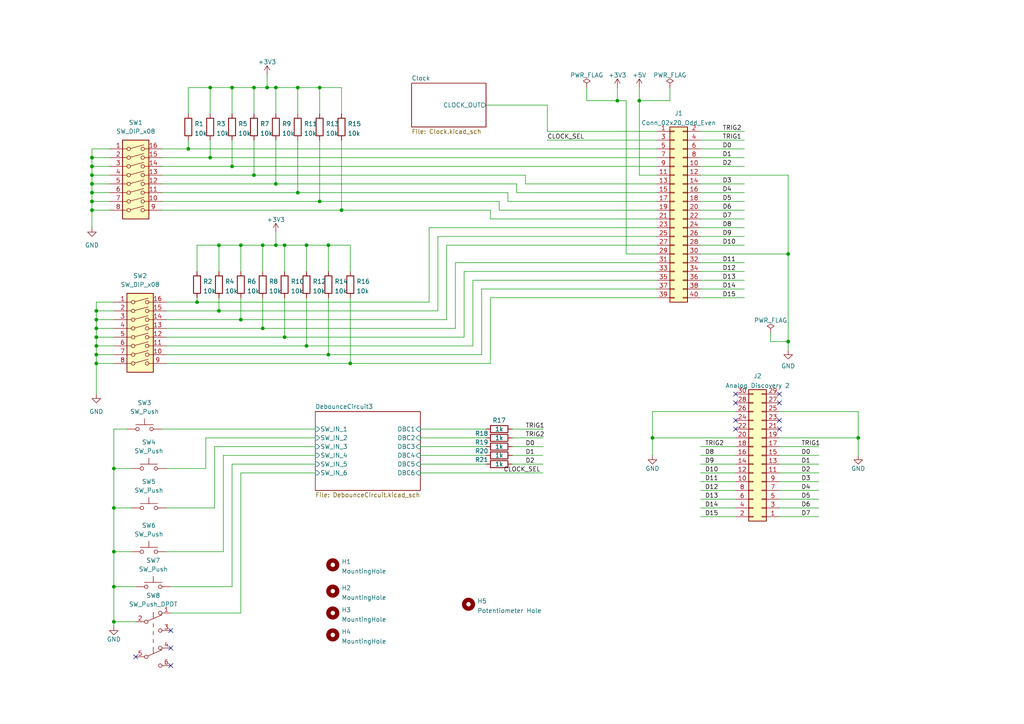
<source format=kicad_sch>
(kicad_sch (version 20211123) (generator eeschema)
  (paper "A4")
  (title_block (title "FGPA Input Board") (company "Ailton Luiz Dias Siqueira Junior"))
  (lib_symbols
    (symbol "Connector_Generic:Conn_02x15_Odd_Even" (pin_names (offset 1.016) hide)
      (property "Reference" "J" (at 1.27 20.32 0))
      (property "Value" "Conn_02x15_Odd_Even" (at 1.27 -20.32 0))
      (symbol "Conn_02x15_Odd_Even_1_1"
        (rectangle (start -1.27 -17.653) (end 0 -17.907) (stroke (width 0.1524)))
        (rectangle (start -1.27 -15.113) (end 0 -15.367) (stroke (width 0.1524)))
        (rectangle (start -1.27 -12.573) (end 0 -12.827) (stroke (width 0.1524)))
        (rectangle (start -1.27 -10.033) (end 0 -10.287) (stroke (width 0.1524)))
        (rectangle (start -1.27 -7.493) (end 0 -7.747) (stroke (width 0.1524)))
        (rectangle (start -1.27 -4.953) (end 0 -5.207) (stroke (width 0.1524)))
        (rectangle (start -1.27 -2.413) (end 0 -2.667) (stroke (width 0.1524)))
        (rectangle (start -1.27 0.127) (end 0 -0.127) (stroke (width 0.1524)))
        (rectangle (start -1.27 2.667) (end 0 2.413) (stroke (width 0.1524)))
        (rectangle (start -1.27 5.207) (end 0 4.953) (stroke (width 0.1524)))
        (rectangle (start -1.27 7.747) (end 0 7.493) (stroke (width 0.1524)))
        (rectangle (start -1.27 10.287) (end 0 10.033) (stroke (width 0.1524)))
        (rectangle (start -1.27 12.827) (end 0 12.573) (stroke (width 0.1524)))
        (rectangle (start -1.27 15.367) (end 0 15.113) (stroke (width 0.1524)))
        (rectangle (start -1.27 17.907) (end 0 17.653) (stroke (width 0.1524)))
        (rectangle (start -1.27 19.05) (end 3.81 -19.05) (stroke (width 0.254)) (fill (type background)))
        (rectangle (start 3.81 -17.653) (end 2.54 -17.907) (stroke (width 0.1524)))
        (rectangle (start 3.81 -15.113) (end 2.54 -15.367) (stroke (width 0.1524)))
        (rectangle (start 3.81 -12.573) (end 2.54 -12.827) (stroke (width 0.1524)))
        (rectangle (start 3.81 -10.033) (end 2.54 -10.287) (stroke (width 0.1524)))
        (rectangle (start 3.81 -7.493) (end 2.54 -7.747) (stroke (width 0.1524)))
        (rectangle (start 3.81 -4.953) (end 2.54 -5.207) (stroke (width 0.1524)))
        (rectangle (start 3.81 -2.413) (end 2.54 -2.667) (stroke (width 0.1524)))
        (rectangle (start 3.81 0.127) (end 2.54 -0.127) (stroke (width 0.1524)))
        (rectangle (start 3.81 2.667) (end 2.54 2.413) (stroke (width 0.1524)))
        (rectangle (start 3.81 5.207) (end 2.54 4.953) (stroke (width 0.1524)))
        (rectangle (start 3.81 7.747) (end 2.54 7.493) (stroke (width 0.1524)))
        (rectangle (start 3.81 10.287) (end 2.54 10.033) (stroke (width 0.1524)))
        (rectangle (start 3.81 12.827) (end 2.54 12.573) (stroke (width 0.1524)))
        (rectangle (start 3.81 15.367) (end 2.54 15.113) (stroke (width 0.1524)))
        (rectangle (start 3.81 17.907) (end 2.54 17.653) (stroke (width 0.1524)))
        (pin passive line (at -5.08 17.78 0) (length 3.81) (name "Pin_1") (number "1"))
        (pin passive line (at 7.62 7.62 180) (length 3.81) (name "Pin_10") (number "10"))
        (pin passive line (at -5.08 5.08 0) (length 3.81) (name "Pin_11") (number "11"))
        (pin passive line (at 7.62 5.08 180) (length 3.81) (name "Pin_12") (number "12"))
        (pin passive line (at -5.08 2.54 0) (length 3.81) (name "Pin_13") (number "13"))
        (pin passive line (at 7.62 2.54 180) (length 3.81) (name "Pin_14") (number "14"))
        (pin passive line (at -5.08 0 0) (length 3.81) (name "Pin_15") (number "15"))
        (pin passive line (at 7.62 0 180) (length 3.81) (name "Pin_16") (number "16"))
        (pin passive line (at -5.08 -2.54 0) (length 3.81) (name "Pin_17") (number "17"))
        (pin passive line (at 7.62 -2.54 180) (length 3.81) (name "Pin_18") (number "18"))
        (pin passive line (at -5.08 -5.08 0) (length 3.81) (name "Pin_19") (number "19"))
        (pin passive line (at 7.62 17.78 180) (length 3.81) (name "Pin_2") (number "2"))
        (pin passive line (at 7.62 -5.08 180) (length 3.81) (name "Pin_20") (number "20"))
        (pin passive line (at -5.08 -7.62 0) (length 3.81) (name "Pin_21") (number "21"))
        (pin passive line (at 7.62 -7.62 180) (length 3.81) (name "Pin_22") (number "22"))
        (pin passive line (at -5.08 -10.16 0) (length 3.81) (name "Pin_23") (number "23"))
        (pin passive line (at 7.62 -10.16 180) (length 3.81) (name "Pin_24") (number "24"))
        (pin passive line (at -5.08 -12.7 0) (length 3.81) (name "Pin_25") (number "25"))
        (pin passive line (at 7.62 -12.7 180) (length 3.81) (name "Pin_26") (number "26"))
        (pin passive line (at -5.08 -15.24 0) (length 3.81) (name "Pin_27") (number "27"))
        (pin passive line (at 7.62 -15.24 180) (length 3.81) (name "Pin_28") (number "28"))
        (pin passive line (at -5.08 -17.78 0) (length 3.81) (name "Pin_29") (number "29"))
        (pin passive line (at -5.08 15.24 0) (length 3.81) (name "Pin_3") (number "3"))
        (pin passive line (at 7.62 -17.78 180) (length 3.81) (name "Pin_30") (number "30"))
        (pin passive line (at 7.62 15.24 180) (length 3.81) (name "Pin_4") (number "4"))
        (pin passive line (at -5.08 12.7 0) (length 3.81) (name "Pin_5") (number "5"))
        (pin passive line (at 7.62 12.7 180) (length 3.81) (name "Pin_6") (number "6"))
        (pin passive line (at -5.08 10.16 0) (length 3.81) (name "Pin_7") (number "7"))
        (pin passive line (at 7.62 10.16 180) (length 3.81) (name "Pin_8") (number "8"))
        (pin passive line (at -5.08 7.62 0) (length 3.81) (name "Pin_9") (number "9"))
      )
    )
    (symbol "Connector_Generic:Conn_02x20_Odd_Even" (pin_names (offset 1.016) hide)
      (property "Reference" "J" (at 1.27 25.4 0))
      (property "Value" "Conn_02x20_Odd_Even" (at 1.27 -27.94 0))
      (symbol "Conn_02x20_Odd_Even_1_1"
        (rectangle (start -1.27 -25.273) (end 0 -25.527) (stroke (width 0.1524)))
        (rectangle (start -1.27 -22.733) (end 0 -22.987) (stroke (width 0.1524)))
        (rectangle (start -1.27 -20.193) (end 0 -20.447) (stroke (width 0.1524)))
        (rectangle (start -1.27 -17.653) (end 0 -17.907) (stroke (width 0.1524)))
        (rectangle (start -1.27 -15.113) (end 0 -15.367) (stroke (width 0.1524)))
        (rectangle (start -1.27 -12.573) (end 0 -12.827) (stroke (width 0.1524)))
        (rectangle (start -1.27 -10.033) (end 0 -10.287) (stroke (width 0.1524)))
        (rectangle (start -1.27 -7.493) (end 0 -7.747) (stroke (width 0.1524)))
        (rectangle (start -1.27 -4.953) (end 0 -5.207) (stroke (width 0.1524)))
        (rectangle (start -1.27 -2.413) (end 0 -2.667) (stroke (width 0.1524)))
        (rectangle (start -1.27 0.127) (end 0 -0.127) (stroke (width 0.1524)))
        (rectangle (start -1.27 2.667) (end 0 2.413) (stroke (width 0.1524)))
        (rectangle (start -1.27 5.207) (end 0 4.953) (stroke (width 0.1524)))
        (rectangle (start -1.27 7.747) (end 0 7.493) (stroke (width 0.1524)))
        (rectangle (start -1.27 10.287) (end 0 10.033) (stroke (width 0.1524)))
        (rectangle (start -1.27 12.827) (end 0 12.573) (stroke (width 0.1524)))
        (rectangle (start -1.27 15.367) (end 0 15.113) (stroke (width 0.1524)))
        (rectangle (start -1.27 17.907) (end 0 17.653) (stroke (width 0.1524)))
        (rectangle (start -1.27 20.447) (end 0 20.193) (stroke (width 0.1524)))
        (rectangle (start -1.27 22.987) (end 0 22.733) (stroke (width 0.1524)))
        (rectangle (start -1.27 24.13) (end 3.81 -26.67) (stroke (width 0.254)) (fill (type background)))
        (rectangle (start 3.81 -25.273) (end 2.54 -25.527) (stroke (width 0.1524)))
        (rectangle (start 3.81 -22.733) (end 2.54 -22.987) (stroke (width 0.1524)))
        (rectangle (start 3.81 -20.193) (end 2.54 -20.447) (stroke (width 0.1524)))
        (rectangle (start 3.81 -17.653) (end 2.54 -17.907) (stroke (width 0.1524)))
        (rectangle (start 3.81 -15.113) (end 2.54 -15.367) (stroke (width 0.1524)))
        (rectangle (start 3.81 -12.573) (end 2.54 -12.827) (stroke (width 0.1524)))
        (rectangle (start 3.81 -10.033) (end 2.54 -10.287) (stroke (width 0.1524)))
        (rectangle (start 3.81 -7.493) (end 2.54 -7.747) (stroke (width 0.1524)))
        (rectangle (start 3.81 -4.953) (end 2.54 -5.207) (stroke (width 0.1524)))
        (rectangle (start 3.81 -2.413) (end 2.54 -2.667) (stroke (width 0.1524)))
        (rectangle (start 3.81 0.127) (end 2.54 -0.127) (stroke (width 0.1524)))
        (rectangle (start 3.81 2.667) (end 2.54 2.413) (stroke (width 0.1524)))
        (rectangle (start 3.81 5.207) (end 2.54 4.953) (stroke (width 0.1524)))
        (rectangle (start 3.81 7.747) (end 2.54 7.493) (stroke (width 0.1524)))
        (rectangle (start 3.81 10.287) (end 2.54 10.033) (stroke (width 0.1524)))
        (rectangle (start 3.81 12.827) (end 2.54 12.573) (stroke (width 0.1524)))
        (rectangle (start 3.81 15.367) (end 2.54 15.113) (stroke (width 0.1524)))
        (rectangle (start 3.81 17.907) (end 2.54 17.653) (stroke (width 0.1524)))
        (rectangle (start 3.81 20.447) (end 2.54 20.193) (stroke (width 0.1524)))
        (rectangle (start 3.81 22.987) (end 2.54 22.733) (stroke (width 0.1524)))
        (pin passive line (at -5.08 22.86 0) (length 3.81) (name "Pin_1") (number "1"))
        (pin passive line (at 7.62 12.7 180) (length 3.81) (name "Pin_10") (number "10"))
        (pin passive line (at -5.08 10.16 0) (length 3.81) (name "Pin_11") (number "11"))
        (pin passive line (at 7.62 10.16 180) (length 3.81) (name "Pin_12") (number "12"))
        (pin passive line (at -5.08 7.62 0) (length 3.81) (name "Pin_13") (number "13"))
        (pin passive line (at 7.62 7.62 180) (length 3.81) (name "Pin_14") (number "14"))
        (pin passive line (at -5.08 5.08 0) (length 3.81) (name "Pin_15") (number "15"))
        (pin passive line (at 7.62 5.08 180) (length 3.81) (name "Pin_16") (number "16"))
        (pin passive line (at -5.08 2.54 0) (length 3.81) (name "Pin_17") (number "17"))
        (pin passive line (at 7.62 2.54 180) (length 3.81) (name "Pin_18") (number "18"))
        (pin passive line (at -5.08 0 0) (length 3.81) (name "Pin_19") (number "19"))
        (pin passive line (at 7.62 22.86 180) (length 3.81) (name "Pin_2") (number "2"))
        (pin passive line (at 7.62 0 180) (length 3.81) (name "Pin_20") (number "20"))
        (pin passive line (at -5.08 -2.54 0) (length 3.81) (name "Pin_21") (number "21"))
        (pin passive line (at 7.62 -2.54 180) (length 3.81) (name "Pin_22") (number "22"))
        (pin passive line (at -5.08 -5.08 0) (length 3.81) (name "Pin_23") (number "23"))
        (pin passive line (at 7.62 -5.08 180) (length 3.81) (name "Pin_24") (number "24"))
        (pin passive line (at -5.08 -7.62 0) (length 3.81) (name "Pin_25") (number "25"))
        (pin passive line (at 7.62 -7.62 180) (length 3.81) (name "Pin_26") (number "26"))
        (pin passive line (at -5.08 -10.16 0) (length 3.81) (name "Pin_27") (number "27"))
        (pin passive line (at 7.62 -10.16 180) (length 3.81) (name "Pin_28") (number "28"))
        (pin passive line (at -5.08 -12.7 0) (length 3.81) (name "Pin_29") (number "29"))
        (pin passive line (at -5.08 20.32 0) (length 3.81) (name "Pin_3") (number "3"))
        (pin passive line (at 7.62 -12.7 180) (length 3.81) (name "Pin_30") (number "30"))
        (pin passive line (at -5.08 -15.24 0) (length 3.81) (name "Pin_31") (number "31"))
        (pin passive line (at 7.62 -15.24 180) (length 3.81) (name "Pin_32") (number "32"))
        (pin passive line (at -5.08 -17.78 0) (length 3.81) (name "Pin_33") (number "33"))
        (pin passive line (at 7.62 -17.78 180) (length 3.81) (name "Pin_34") (number "34"))
        (pin passive line (at -5.08 -20.32 0) (length 3.81) (name "Pin_35") (number "35"))
        (pin passive line (at 7.62 -20.32 180) (length 3.81) (name "Pin_36") (number "36"))
        (pin passive line (at -5.08 -22.86 0) (length 3.81) (name "Pin_37") (number "37"))
        (pin passive line (at 7.62 -22.86 180) (length 3.81) (name "Pin_38") (number "38"))
        (pin passive line (at -5.08 -25.4 0) (length 3.81) (name "Pin_39") (number "39"))
        (pin passive line (at 7.62 20.32 180) (length 3.81) (name "Pin_4") (number "4"))
        (pin passive line (at 7.62 -25.4 180) (length 3.81) (name "Pin_40") (number "40"))
        (pin passive line (at -5.08 17.78 0) (length 3.81) (name "Pin_5") (number "5"))
        (pin passive line (at 7.62 17.78 180) (length 3.81) (name "Pin_6") (number "6"))
        (pin passive line (at -5.08 15.24 0) (length 3.81) (name "Pin_7") (number "7"))
        (pin passive line (at 7.62 15.24 180) (length 3.81) (name "Pin_8") (number "8"))
        (pin passive line (at -5.08 12.7 0) (length 3.81) (name "Pin_9") (number "9"))
      )
    )
    (symbol "Device:R" (pin_numbers hide) (pin_names (offset 0))
      (property "Reference" "R" (at 2.032 0 90))
      (property "Value" "R" (at 0 0 90))
      (symbol "R_0_1"
        (rectangle (start -1.016 -2.54) (end 1.016 2.54) (stroke (width 0.254)))
      )
      (symbol "R_1_1"
        (pin passive line (at 0 3.81 270) (length 1.27) (name "~") (number "1"))
        (pin passive line (at 0 -3.81 90) (length 1.27) (name "~") (number "2"))
      )
    )
    (symbol "Mechanical:MountingHole" (pin_names (offset 1.016))
      (property "Reference" "H" (at 0 5.08 0))
      (property "Value" "MountingHole" (at 0 3.175 0))
      (symbol "MountingHole_0_1"
        (circle (center 0 0) (radius 1.27) (stroke (width 1.27)))
      )
    )
    (symbol "Switch:SW_DIP_x08" (pin_names (offset 0) hide)
      (property "Reference" "SW" (at 0 13.97 0))
      (property "Value" "SW_DIP_x08" (at 0 -11.43 0))
      (symbol "SW_DIP_x08_0_0"
        (circle (center -2.032 -7.62) (radius 0.508))
        (circle (center -2.032 -5.08) (radius 0.508))
        (circle (center -2.032 -2.54) (radius 0.508))
        (circle (center -2.032 0) (radius 0.508))
        (circle (center -2.032 2.54) (radius 0.508))
        (circle (center -2.032 5.08) (radius 0.508))
        (circle (center -2.032 7.62) (radius 0.508))
        (circle (center -2.032 10.16) (radius 0.508))
        (polyline (pts (xy -1.524 -7.4676) (xy 2.3622 -6.4262)))
        (polyline (pts (xy -1.524 -4.9276) (xy 2.3622 -3.8862)))
        (polyline (pts (xy -1.524 -2.3876) (xy 2.3622 -1.3462)))
        (polyline (pts (xy -1.524 0.127) (xy 2.3622 1.1684)))
        (polyline (pts (xy -1.524 2.667) (xy 2.3622 3.7084)))
        (polyline (pts (xy -1.524 5.207) (xy 2.3622 6.2484)))
        (polyline (pts (xy -1.524 7.747) (xy 2.3622 8.7884)))
        (polyline (pts (xy -1.524 10.287) (xy 2.3622 11.3284)))
        (circle (center 2.032 -7.62) (radius 0.508))
        (circle (center 2.032 -5.08) (radius 0.508))
        (circle (center 2.032 -2.54) (radius 0.508))
        (circle (center 2.032 0) (radius 0.508))
        (circle (center 2.032 2.54) (radius 0.508))
        (circle (center 2.032 5.08) (radius 0.508))
        (circle (center 2.032 7.62) (radius 0.508))
        (circle (center 2.032 10.16) (radius 0.508))
      )
      (symbol "SW_DIP_x08_0_1"
        (rectangle (start -3.81 12.7) (end 3.81 -10.16) (stroke (width 0.254)) (fill (type background)))
      )
      (symbol "SW_DIP_x08_1_1"
        (pin passive line (at -7.62 10.16 0) (length 5.08) (name "~") (number "1"))
        (pin passive line (at 7.62 -5.08 180) (length 5.08) (name "~") (number "10"))
        (pin passive line (at 7.62 -2.54 180) (length 5.08) (name "~") (number "11"))
        (pin passive line (at 7.62 0 180) (length 5.08) (name "~") (number "12"))
        (pin passive line (at 7.62 2.54 180) (length 5.08) (name "~") (number "13"))
        (pin passive line (at 7.62 5.08 180) (length 5.08) (name "~") (number "14"))
        (pin passive line (at 7.62 7.62 180) (length 5.08) (name "~") (number "15"))
        (pin passive line (at 7.62 10.16 180) (length 5.08) (name "~") (number "16"))
        (pin passive line (at -7.62 7.62 0) (length 5.08) (name "~") (number "2"))
        (pin passive line (at -7.62 5.08 0) (length 5.08) (name "~") (number "3"))
        (pin passive line (at -7.62 2.54 0) (length 5.08) (name "~") (number "4"))
        (pin passive line (at -7.62 0 0) (length 5.08) (name "~") (number "5"))
        (pin passive line (at -7.62 -2.54 0) (length 5.08) (name "~") (number "6"))
        (pin passive line (at -7.62 -5.08 0) (length 5.08) (name "~") (number "7"))
        (pin passive line (at -7.62 -7.62 0) (length 5.08) (name "~") (number "8"))
        (pin passive line (at 7.62 -7.62 180) (length 5.08) (name "~") (number "9"))
      )
    )
    (symbol "Switch:SW_Push" (pin_numbers hide) (pin_names (offset 1.016) hide)
      (property "Reference" "SW" (at 1.27 2.54 0))
      (property "Value" "SW_Push" (at 0 -1.524 0))
      (symbol "SW_Push_0_1"
        (circle (center -2.032 0) (radius 0.508))
        (polyline (pts (xy 0 1.27) (xy 0 3.048)))
        (polyline (pts (xy 2.54 1.27) (xy -2.54 1.27)))
        (circle (center 2.032 0) (radius 0.508))
        (pin passive line (at -5.08 0 0) (length 2.54) (name "1") (number "1"))
        (pin passive line (at 5.08 0 180) (length 2.54) (name "2") (number "2"))
      )
    )
    (symbol "Switch:SW_Push_DPDT" (pin_names (offset 0) hide)
      (property "Reference" "SW" (at 0 8.89 0))
      (property "Value" "SW_Push_DPDT" (at 0 -10.16 0))
      (symbol "SW_Push_DPDT_0_0"
        (circle (center -2.032 -5.08) (radius 0.508))
        (circle (center -2.032 5.08) (radius 0.508))
        (circle (center 2.032 -7.62) (radius 0.508))
        (circle (center 2.032 2.54) (radius 0.508))
      )
      (symbol "SW_Push_DPDT_0_1"
        (polyline (pts (xy -1.524 -4.826) (xy 2.54 -3.048)))
        (polyline (pts (xy -1.524 5.334) (xy 2.54 7.112)))
        (polyline (pts (xy 0 -2.286) (xy 0 -4.064)))
        (polyline (pts (xy 0 -1.016) (xy 0 0)))
        (polyline (pts (xy 0 1.27) (xy 0 2.286)))
        (polyline (pts (xy 0 3.556) (xy 0 4.572)))
        (polyline (pts (xy 0 7.874) (xy 0 6.096)))
        (circle (center 2.032 -2.54) (radius 0.508))
        (circle (center 2.032 7.62) (radius 0.508))
      )
      (symbol "SW_Push_DPDT_1_1"
        (pin passive line (at 5.08 7.62 180) (length 2.54) (name "A") (number "1"))
        (pin passive line (at -5.08 5.08 0) (length 2.54) (name "B") (number "2"))
        (pin passive line (at 5.08 2.54 180) (length 2.54) (name "C") (number "3"))
        (pin passive line (at 5.08 -2.54 180) (length 2.54) (name "A") (number "4"))
        (pin passive line (at -5.08 -5.08 0) (length 2.54) (name "B") (number "5"))
        (pin passive line (at 5.08 -7.62 180) (length 2.54) (name "C") (number "6"))
      )
    )
    (symbol "power:+3.3V" (power) (pin_names (offset 0))
      (property "Value" "+3.3V" (at 0 3.556 0))
      (symbol "+3.3V_0_1"
        (polyline (pts (xy -0.762 1.27) (xy 0 2.54)))
        (polyline (pts (xy 0 0) (xy 0 2.54)))
        (polyline (pts (xy 0 2.54) (xy 0.762 1.27)))
      )
      (symbol "+3.3V_1_1"
        (pin power_in line (at 0 0 90) (length 0) hide (name "+3V3") (number "1"))
      )
    )
    (symbol "power:+5V" (power) (pin_names (offset 0))
      (property "Value" "+5V" (at 0 3.556 0))
      (symbol "+5V_0_1"
        (polyline (pts (xy -0.762 1.27) (xy 0 2.54)))
        (polyline (pts (xy 0 0) (xy 0 2.54)))
        (polyline (pts (xy 0 2.54) (xy 0.762 1.27)))
      )
      (symbol "+5V_1_1"
        (pin power_in line (at 0 0 90) (length 0) hide (name "+5V") (number "1"))
      )
    )
    (symbol "power:GND" (power) (pin_names (offset 0))
      (property "Value" "GND" (at 0 -3.81 0))
      (symbol "GND_0_1"
        (polyline (pts (xy 0 0) (xy 0 -1.27) (xy 1.27 -1.27) (xy 0 -2.54) (xy -1.27 -1.27) (xy 0 -1.27)))
      )
      (symbol "GND_1_1"
        (pin power_in line (at 0 0 270) (length 0) hide (name "GND") (number "1"))
      )
    )
    (symbol "power:PWR_FLAG" (power) (pin_numbers hide) (pin_names (offset 0) hide)
      (property "Value" "PWR_FLAG" (at 0 3.81 0))
      (symbol "PWR_FLAG_0_0"
        (pin power_out line (at 0 0 90) (length 0) (name "pwr") (number "1"))
      )
      (symbol "PWR_FLAG_0_1"
        (polyline (pts (xy 0 0) (xy 0 1.27) (xy -1.016 1.905) (xy 0 2.54) (xy 1.016 1.905) (xy 0 1.27)))
      )
    )
  )
  (junction (at 77.47 25.4))
  (junction (at 92.71 58.42))
  (junction (at 27.94 105.41))
  (junction (at 80.01 53.34))
  (junction (at 26.67 60.96))
  (junction (at 26.67 48.26))
  (junction (at 60.96 25.4))
  (junction (at 99.06 60.96))
  (junction (at 27.94 97.79))
  (junction (at 26.67 58.42))
  (junction (at 33.02 135.89))
  (junction (at 88.9 71.12))
  (junction (at 86.36 55.88))
  (junction (at 60.96 45.72))
  (junction (at 82.55 71.12))
  (junction (at 27.94 90.17))
  (junction (at 189.23 127))
  (junction (at 63.5 71.12))
  (junction (at 185.42 29.21))
  (junction (at 63.5 90.17))
  (junction (at 33.02 180.34))
  (junction (at 228.6 99.06))
  (junction (at 95.25 102.87))
  (junction (at 248.92 127))
  (junction (at 69.85 92.71))
  (junction (at 27.94 100.33))
  (junction (at 26.67 53.34))
  (junction (at 67.31 25.4))
  (junction (at 95.25 71.12))
  (junction (at 33.02 147.32))
  (junction (at 57.15 87.63))
  (junction (at 88.9 100.33))
  (junction (at 26.67 50.8))
  (junction (at 67.31 48.26))
  (junction (at 33.02 170.18))
  (junction (at 26.67 45.72))
  (junction (at 27.94 92.71))
  (junction (at 54.61 43.18))
  (junction (at 73.66 25.4))
  (junction (at 86.36 25.4))
  (junction (at 69.85 71.12))
  (junction (at 27.94 95.25))
  (junction (at 76.2 71.12))
  (junction (at 76.2 95.25))
  (junction (at 26.67 55.88))
  (junction (at 80.01 25.4))
  (junction (at 228.6 73.66))
  (junction (at 33.02 160.02))
  (junction (at 27.94 102.87))
  (junction (at 80.01 71.12))
  (junction (at 179.07 29.21))
  (junction (at 82.55 97.79))
  (junction (at 92.71 25.4))
  (junction (at 73.66 50.8))
  (junction (at 101.6 105.41))
  (no_connect (at 49.53 182.88))
  (no_connect (at 39.37 190.5))
  (no_connect (at 49.53 193.04))
  (no_connect (at 49.53 187.96))
  (no_connect (at 213.36 124.46))
  (no_connect (at 213.36 121.92))
  (no_connect (at 213.36 116.84))
  (no_connect (at 213.36 114.3))
  (no_connect (at 226.06 114.3))
  (no_connect (at 226.06 116.84))
  (no_connect (at 226.06 121.92))
  (no_connect (at 226.06 124.46))
  (wire (pts (xy 33.02 97.79) (xy 27.94 97.79)))
  (wire (pts (xy 203.2 137.16) (xy 213.36 137.16)))
  (wire (pts (xy 139.7 102.87) (xy 139.7 83.82)))
  (wire (pts (xy 60.96 40.64) (xy 60.96 45.72)))
  (wire (pts (xy 101.6 86.36) (xy 101.6 105.41)))
  (wire (pts (xy 48.26 102.87) (xy 95.25 102.87)))
  (wire (pts (xy 26.67 43.18) (xy 26.67 45.72)))
  (wire (pts (xy 33.02 90.17) (xy 27.94 90.17)))
  (wire (pts (xy 73.66 25.4) (xy 73.66 33.02)))
  (wire (pts (xy 142.24 60.96) (xy 142.24 63.5)))
  (wire (pts (xy 124.46 66.04) (xy 124.46 87.63)))
  (wire (pts (xy 57.15 71.12) (xy 63.5 71.12)))
  (wire (pts (xy 80.01 71.12) (xy 82.55 71.12)))
  (wire (pts (xy 49.53 170.18) (xy 67.31 170.18)))
  (wire (pts (xy 31.75 43.18) (xy 26.67 43.18)))
  (wire (pts (xy 194.31 29.21) (xy 185.42 29.21)))
  (wire (pts (xy 80.01 67.31) (xy 80.01 71.12)))
  (wire (pts (xy 67.31 48.26) (xy 190.5 48.26)))
  (wire (pts (xy 26.67 60.96) (xy 26.67 66.04)))
  (wire (pts (xy 185.42 29.21) (xy 185.42 25.4)))
  (wire (pts (xy 148.59 129.54) (xy 157.48 129.54)))
  (wire (pts (xy 27.94 90.17) (xy 27.94 92.71)))
  (wire (pts (xy 67.31 134.62) (xy 91.44 134.62)))
  (wire (pts (xy 149.86 53.34) (xy 149.86 55.88)))
  (wire (pts (xy 77.47 21.59) (xy 77.47 25.4)))
  (wire (pts (xy 27.94 100.33) (xy 27.94 102.87)))
  (wire (pts (xy 46.99 55.88) (xy 86.36 55.88)))
  (wire (pts (xy 99.06 40.64) (xy 99.06 60.96)))
  (wire (pts (xy 203.2 40.64) (xy 215.9 40.64)))
  (wire (pts (xy 80.01 25.4) (xy 80.01 33.02)))
  (wire (pts (xy 69.85 92.71) (xy 129.54 92.71)))
  (wire (pts (xy 48.26 90.17) (xy 63.5 90.17)))
  (wire (pts (xy 36.83 124.46) (xy 33.02 124.46)))
  (wire (pts (xy 48.26 100.33) (xy 88.9 100.33)))
  (wire (pts (xy 148.59 127) (xy 157.48 127)))
  (wire (pts (xy 142.24 86.36) (xy 190.5 86.36)))
  (wire (pts (xy 148.59 132.08) (xy 157.48 132.08)))
  (wire (pts (xy 73.66 25.4) (xy 77.47 25.4)))
  (wire (pts (xy 95.25 86.36) (xy 95.25 102.87)))
  (wire (pts (xy 228.6 73.66) (xy 228.6 99.06)))
  (wire (pts (xy 46.99 53.34) (xy 80.01 53.34)))
  (wire (pts (xy 139.7 83.82) (xy 190.5 83.82)))
  (wire (pts (xy 69.85 177.8) (xy 69.85 137.16)))
  (wire (pts (xy 49.53 177.8) (xy 69.85 177.8)))
  (wire (pts (xy 121.92 127) (xy 140.97 127)))
  (wire (pts (xy 203.2 78.74) (xy 215.9 78.74)))
  (wire (pts (xy 228.6 99.06) (xy 228.6 101.6)))
  (wire (pts (xy 101.6 105.41) (xy 142.24 105.41)))
  (wire (pts (xy 62.23 129.54) (xy 91.44 129.54)))
  (wire (pts (xy 203.2 48.26) (xy 215.9 48.26)))
  (wire (pts (xy 92.71 25.4) (xy 92.71 33.02)))
  (wire (pts (xy 46.99 45.72) (xy 60.96 45.72)))
  (wire (pts (xy 80.01 25.4) (xy 86.36 25.4)))
  (wire (pts (xy 226.06 139.7) (xy 237.49 139.7)))
  (wire (pts (xy 33.02 100.33) (xy 27.94 100.33)))
  (wire (pts (xy 73.66 40.64) (xy 73.66 50.8)))
  (wire (pts (xy 190.5 50.8) (xy 185.42 50.8)))
  (wire (pts (xy 158.75 40.64) (xy 190.5 40.64)))
  (wire (pts (xy 48.26 92.71) (xy 69.85 92.71)))
  (wire (pts (xy 33.02 135.89) (xy 38.1 135.89)))
  (wire (pts (xy 27.94 92.71) (xy 27.94 95.25)))
  (wire (pts (xy 121.92 137.16) (xy 157.48 137.16)))
  (wire (pts (xy 203.2 83.82) (xy 215.9 83.82)))
  (wire (pts (xy 140.97 30.48) (xy 158.75 30.48)))
  (wire (pts (xy 127 68.58) (xy 127 90.17)))
  (wire (pts (xy 82.55 86.36) (xy 82.55 97.79)))
  (wire (pts (xy 69.85 86.36) (xy 69.85 92.71)))
  (wire (pts (xy 33.02 105.41) (xy 27.94 105.41)))
  (wire (pts (xy 63.5 90.17) (xy 127 90.17)))
  (wire (pts (xy 137.16 81.28) (xy 190.5 81.28)))
  (wire (pts (xy 203.2 147.32) (xy 213.36 147.32)))
  (wire (pts (xy 226.06 142.24) (xy 237.49 142.24)))
  (wire (pts (xy 67.31 25.4) (xy 67.31 33.02)))
  (wire (pts (xy 226.06 132.08) (xy 237.49 132.08)))
  (wire (pts (xy 95.25 71.12) (xy 101.6 71.12)))
  (wire (pts (xy 223.52 96.52) (xy 223.52 99.06)))
  (wire (pts (xy 76.2 95.25) (xy 132.08 95.25)))
  (wire (pts (xy 152.4 53.34) (xy 190.5 53.34)))
  (wire (pts (xy 69.85 137.16) (xy 91.44 137.16)))
  (wire (pts (xy 203.2 53.34) (xy 215.9 53.34)))
  (wire (pts (xy 88.9 100.33) (xy 137.16 100.33)))
  (wire (pts (xy 27.94 105.41) (xy 27.94 114.3)))
  (wire (pts (xy 181.61 73.66) (xy 190.5 73.66)))
  (wire (pts (xy 158.75 30.48) (xy 158.75 38.1)))
  (wire (pts (xy 26.67 58.42) (xy 26.67 60.96)))
  (wire (pts (xy 33.02 95.25) (xy 27.94 95.25)))
  (wire (pts (xy 46.99 50.8) (xy 73.66 50.8)))
  (wire (pts (xy 226.06 147.32) (xy 237.49 147.32)))
  (wire (pts (xy 38.1 160.02) (xy 33.02 160.02)))
  (wire (pts (xy 223.52 99.06) (xy 228.6 99.06)))
  (wire (pts (xy 92.71 40.64) (xy 92.71 58.42)))
  (wire (pts (xy 38.1 147.32) (xy 33.02 147.32)))
  (wire (pts (xy 76.2 71.12) (xy 76.2 78.74)))
  (wire (pts (xy 80.01 40.64) (xy 80.01 53.34)))
  (wire (pts (xy 48.26 95.25) (xy 76.2 95.25)))
  (wire (pts (xy 86.36 25.4) (xy 86.36 33.02)))
  (wire (pts (xy 60.96 45.72) (xy 190.5 45.72)))
  (wire (pts (xy 121.92 129.54) (xy 140.97 129.54)))
  (wire (pts (xy 137.16 81.28) (xy 137.16 100.33)))
  (wire (pts (xy 203.2 73.66) (xy 228.6 73.66)))
  (wire (pts (xy 226.06 149.86) (xy 237.49 149.86)))
  (wire (pts (xy 203.2 38.1) (xy 215.9 38.1)))
  (wire (pts (xy 33.02 170.18) (xy 39.37 170.18)))
  (wire (pts (xy 226.06 137.16) (xy 237.49 137.16)))
  (wire (pts (xy 67.31 25.4) (xy 73.66 25.4)))
  (wire (pts (xy 170.18 25.4) (xy 170.18 29.21)))
  (wire (pts (xy 26.67 53.34) (xy 26.67 55.88)))
  (wire (pts (xy 203.2 81.28) (xy 215.9 81.28)))
  (wire (pts (xy 67.31 170.18) (xy 67.31 134.62)))
  (wire (pts (xy 27.94 95.25) (xy 27.94 97.79)))
  (wire (pts (xy 31.75 58.42) (xy 26.67 58.42)))
  (wire (pts (xy 170.18 29.21) (xy 179.07 29.21)))
  (wire (pts (xy 69.85 71.12) (xy 76.2 71.12)))
  (wire (pts (xy 203.2 134.62) (xy 213.36 134.62)))
  (wire (pts (xy 31.75 60.96) (xy 26.67 60.96)))
  (wire (pts (xy 248.92 119.38) (xy 248.92 127)))
  (wire (pts (xy 46.99 43.18) (xy 54.61 43.18)))
  (wire (pts (xy 46.99 60.96) (xy 99.06 60.96)))
  (wire (pts (xy 129.54 71.12) (xy 190.5 71.12)))
  (wire (pts (xy 48.26 97.79) (xy 82.55 97.79)))
  (wire (pts (xy 189.23 127) (xy 213.36 127)))
  (wire (pts (xy 67.31 40.64) (xy 67.31 48.26)))
  (wire (pts (xy 203.2 142.24) (xy 213.36 142.24)))
  (wire (pts (xy 82.55 97.79) (xy 134.62 97.79)))
  (wire (pts (xy 80.01 53.34) (xy 149.86 53.34)))
  (wire (pts (xy 33.02 102.87) (xy 27.94 102.87)))
  (wire (pts (xy 33.02 92.71) (xy 27.94 92.71)))
  (wire (pts (xy 46.99 48.26) (xy 67.31 48.26)))
  (wire (pts (xy 203.2 45.72) (xy 215.9 45.72)))
  (wire (pts (xy 203.2 60.96) (xy 215.9 60.96)))
  (wire (pts (xy 64.77 160.02) (xy 64.77 132.08)))
  (wire (pts (xy 76.2 86.36) (xy 76.2 95.25)))
  (wire (pts (xy 226.06 127) (xy 248.92 127)))
  (wire (pts (xy 57.15 78.74) (xy 57.15 71.12)))
  (wire (pts (xy 127 68.58) (xy 190.5 68.58)))
  (wire (pts (xy 142.24 105.41) (xy 142.24 86.36)))
  (wire (pts (xy 203.2 63.5) (xy 215.9 63.5)))
  (wire (pts (xy 54.61 43.18) (xy 190.5 43.18)))
  (wire (pts (xy 185.42 50.8) (xy 185.42 29.21)))
  (wire (pts (xy 69.85 71.12) (xy 69.85 78.74)))
  (wire (pts (xy 82.55 71.12) (xy 82.55 78.74)))
  (wire (pts (xy 189.23 127) (xy 189.23 132.08)))
  (wire (pts (xy 203.2 144.78) (xy 213.36 144.78)))
  (wire (pts (xy 134.62 97.79) (xy 134.62 78.74)))
  (wire (pts (xy 62.23 147.32) (xy 62.23 129.54)))
  (wire (pts (xy 129.54 71.12) (xy 129.54 92.71)))
  (wire (pts (xy 134.62 78.74) (xy 190.5 78.74)))
  (wire (pts (xy 203.2 139.7) (xy 213.36 139.7)))
  (wire (pts (xy 31.75 55.88) (xy 26.67 55.88)))
  (wire (pts (xy 31.75 50.8) (xy 26.67 50.8)))
  (wire (pts (xy 59.69 135.89) (xy 59.69 127)))
  (wire (pts (xy 194.31 25.4) (xy 194.31 29.21)))
  (wire (pts (xy 57.15 87.63) (xy 124.46 87.63)))
  (wire (pts (xy 203.2 66.04) (xy 215.9 66.04)))
  (wire (pts (xy 121.92 132.08) (xy 140.97 132.08)))
  (wire (pts (xy 144.78 60.96) (xy 190.5 60.96)))
  (wire (pts (xy 63.5 71.12) (xy 63.5 78.74)))
  (wire (pts (xy 64.77 132.08) (xy 91.44 132.08)))
  (wire (pts (xy 48.26 135.89) (xy 59.69 135.89)))
  (wire (pts (xy 33.02 170.18) (xy 33.02 180.34)))
  (wire (pts (xy 54.61 33.02) (xy 54.61 25.4)))
  (wire (pts (xy 99.06 60.96) (xy 142.24 60.96)))
  (wire (pts (xy 33.02 180.34) (xy 33.02 181.61)))
  (wire (pts (xy 147.32 55.88) (xy 147.32 58.42)))
  (wire (pts (xy 158.75 38.1) (xy 190.5 38.1)))
  (wire (pts (xy 152.4 50.8) (xy 152.4 53.34)))
  (wire (pts (xy 203.2 43.18) (xy 215.9 43.18)))
  (wire (pts (xy 63.5 71.12) (xy 69.85 71.12)))
  (wire (pts (xy 228.6 50.8) (xy 228.6 73.66)))
  (wire (pts (xy 59.69 127) (xy 91.44 127)))
  (wire (pts (xy 48.26 147.32) (xy 62.23 147.32)))
  (wire (pts (xy 101.6 71.12) (xy 101.6 78.74)))
  (wire (pts (xy 27.94 102.87) (xy 27.94 105.41)))
  (wire (pts (xy 132.08 76.2) (xy 190.5 76.2)))
  (wire (pts (xy 99.06 25.4) (xy 99.06 33.02)))
  (wire (pts (xy 26.67 50.8) (xy 26.67 53.34)))
  (wire (pts (xy 31.75 45.72) (xy 26.67 45.72)))
  (wire (pts (xy 33.02 180.34) (xy 39.37 180.34)))
  (wire (pts (xy 54.61 25.4) (xy 60.96 25.4)))
  (wire (pts (xy 124.46 66.04) (xy 190.5 66.04)))
  (wire (pts (xy 88.9 71.12) (xy 95.25 71.12)))
  (wire (pts (xy 226.06 144.78) (xy 237.49 144.78)))
  (wire (pts (xy 33.02 87.63) (xy 27.94 87.63)))
  (wire (pts (xy 203.2 55.88) (xy 215.9 55.88)))
  (wire (pts (xy 189.23 119.38) (xy 189.23 127)))
  (wire (pts (xy 203.2 58.42) (xy 215.9 58.42)))
  (wire (pts (xy 33.02 147.32) (xy 33.02 160.02)))
  (wire (pts (xy 213.36 119.38) (xy 189.23 119.38)))
  (wire (pts (xy 92.71 58.42) (xy 144.78 58.42)))
  (wire (pts (xy 33.02 135.89) (xy 33.02 147.32)))
  (wire (pts (xy 142.24 63.5) (xy 190.5 63.5)))
  (wire (pts (xy 203.2 132.08) (xy 213.36 132.08)))
  (wire (pts (xy 95.25 71.12) (xy 95.25 78.74)))
  (wire (pts (xy 31.75 48.26) (xy 26.67 48.26)))
  (wire (pts (xy 33.02 160.02) (xy 33.02 170.18)))
  (wire (pts (xy 203.2 71.12) (xy 215.9 71.12)))
  (wire (pts (xy 82.55 71.12) (xy 88.9 71.12)))
  (wire (pts (xy 33.02 124.46) (xy 33.02 135.89)))
  (wire (pts (xy 203.2 76.2) (xy 215.9 76.2)))
  (wire (pts (xy 88.9 86.36) (xy 88.9 100.33)))
  (wire (pts (xy 48.26 160.02) (xy 64.77 160.02)))
  (wire (pts (xy 26.67 48.26) (xy 26.67 50.8)))
  (wire (pts (xy 203.2 129.54) (xy 213.36 129.54)))
  (wire (pts (xy 226.06 119.38) (xy 248.92 119.38)))
  (wire (pts (xy 248.92 127) (xy 248.92 132.08)))
  (wire (pts (xy 147.32 58.42) (xy 190.5 58.42)))
  (wire (pts (xy 86.36 55.88) (xy 147.32 55.88)))
  (wire (pts (xy 27.94 87.63) (xy 27.94 90.17)))
  (wire (pts (xy 203.2 149.86) (xy 213.36 149.86)))
  (wire (pts (xy 63.5 86.36) (xy 63.5 90.17)))
  (wire (pts (xy 121.92 124.46) (xy 140.97 124.46)))
  (wire (pts (xy 26.67 55.88) (xy 26.67 58.42)))
  (wire (pts (xy 86.36 40.64) (xy 86.36 55.88)))
  (wire (pts (xy 77.47 25.4) (xy 80.01 25.4)))
  (wire (pts (xy 226.06 129.54) (xy 237.49 129.54)))
  (wire (pts (xy 203.2 68.58) (xy 215.9 68.58)))
  (wire (pts (xy 149.86 55.88) (xy 190.5 55.88)))
  (wire (pts (xy 31.75 53.34) (xy 26.67 53.34)))
  (wire (pts (xy 46.99 58.42) (xy 92.71 58.42)))
  (wire (pts (xy 148.59 134.62) (xy 157.48 134.62)))
  (wire (pts (xy 181.61 29.21) (xy 179.07 29.21)))
  (wire (pts (xy 86.36 25.4) (xy 92.71 25.4)))
  (wire (pts (xy 60.96 25.4) (xy 60.96 33.02)))
  (wire (pts (xy 203.2 86.36) (xy 215.9 86.36)))
  (wire (pts (xy 179.07 25.4) (xy 179.07 29.21)))
  (wire (pts (xy 48.26 105.41) (xy 101.6 105.41)))
  (wire (pts (xy 27.94 97.79) (xy 27.94 100.33)))
  (wire (pts (xy 132.08 95.25) (xy 132.08 76.2)))
  (wire (pts (xy 148.59 124.46) (xy 157.48 124.46)))
  (wire (pts (xy 73.66 50.8) (xy 152.4 50.8)))
  (wire (pts (xy 121.92 134.62) (xy 140.97 134.62)))
  (wire (pts (xy 76.2 71.12) (xy 80.01 71.12)))
  (wire (pts (xy 203.2 50.8) (xy 228.6 50.8)))
  (wire (pts (xy 46.99 124.46) (xy 91.44 124.46)))
  (wire (pts (xy 226.06 134.62) (xy 237.49 134.62)))
  (wire (pts (xy 181.61 29.21) (xy 181.61 73.66)))
  (wire (pts (xy 48.26 87.63) (xy 57.15 87.63)))
  (wire (pts (xy 26.67 45.72) (xy 26.67 48.26)))
  (wire (pts (xy 88.9 71.12) (xy 88.9 78.74)))
  (wire (pts (xy 54.61 40.64) (xy 54.61 43.18)))
  (wire (pts (xy 57.15 86.36) (xy 57.15 87.63)))
  (wire (pts (xy 60.96 25.4) (xy 67.31 25.4)))
  (wire (pts (xy 95.25 102.87) (xy 139.7 102.87)))
  (wire (pts (xy 144.78 58.42) (xy 144.78 60.96)))
  (wire (pts (xy 92.71 25.4) (xy 99.06 25.4)))
  (label "D0" (at 209.55 43.18 0))
  (label "D14" (at 209.55 83.82 0))
  (label "D6" (at 209.55 60.96 0))
  (label "D7" (at 209.55 63.5 0))
  (label "TRIG1" (at 209.55 40.64 0))
  (label "D10" (at 209.55 71.12 0))
  (label "D15" (at 204.47 149.86 0))
  (label "D1" (at 152.4 132.08 0))
  (label "D0" (at 152.4 129.54 0))
  (label "D0" (at 232.41 132.08 0))
  (label "D6" (at 232.41 147.32 0))
  (label "D9" (at 204.47 134.62 0))
  (label "D11" (at 204.47 139.7 0))
  (label "D10" (at 204.47 137.16 0))
  (label "D3" (at 232.41 139.7 0))
  (label "D2" (at 232.41 137.16 0))
  (label "D13" (at 204.47 144.78 0))
  (label "D8" (at 204.47 132.08 0))
  (label "TRIG2" (at 209.55 38.1 0))
  (label "TRIG2" (at 204.47 129.54 0))
  (label "D1" (at 209.55 45.72 0))
  (label "D8" (at 209.55 66.04 0))
  (label "TRIG1" (at 232.41 129.54 0))
  (label "CLOCK_SEL" (at 146.05 137.16 0))
  (label "D5" (at 209.55 58.42 0))
  (label "D4" (at 232.41 142.24 0))
  (label "D14" (at 204.47 147.32 0))
  (label "TRIG2" (at 152.4 127 0))
  (label "D9" (at 209.55 68.58 0))
  (label "D11" (at 209.55 76.2 0))
  (label "D4" (at 209.55 55.88 0))
  (label "D2" (at 209.55 48.26 0))
  (label "D3" (at 209.55 53.34 0))
  (label "D15" (at 209.55 86.36 0))
  (label "D5" (at 232.41 144.78 0))
  (label "D13" (at 209.55 81.28 0))
  (label "D2" (at 152.4 134.62 0))
  (label "D12" (at 204.47 142.24 0))
  (label "TRIG1" (at 152.4 124.46 0))
  (label "D12" (at 209.55 78.74 0))
  (label "D1" (at 232.41 134.62 0))
  (label "D7" (at 232.41 149.86 0))
  (label "CLOCK_SEL" (at 158.75 40.64 0))
  (symbol (lib_id "power:+3.3V") (at 77.47 21.59 0) (unit 1)
    (property "Reference" "#PWR04" (effects hide))
    (property "Value" "+3.3V" (at 77.47 17.9855 0))
  )
  (symbol (lib_id "Switch:SW_Push") (at 43.18 147.32 0) (unit 1)
    (property "Reference" "SW5" (at 43.18 139.7 0))
    (property "Value" "SW_Push" (at 43.18 142.24 0))
    (property "Footprint" "Button_Switch_THT:SW_PUSH_6mm" (effects hide))
  )
  (symbol (lib_id "Device:R") (at 144.78 134.62 90) (unit 1)
    (property "Reference" "R21" (at 139.7 133.35 90))
    (property "Value" "1k" (at 144.78 134.62 90))
    (property "Footprint" "Resistor_THT:R_Axial_DIN0207_L6.3mm_D2.5mm_P7.62mm_Horizontal" (effects hide))
  )
  (symbol (lib_id "power:+3.3V") (at 179.07 25.4 0) (unit 1)
    (property "Reference" "#PWR06" (effects hide))
    (property "Value" "+3.3V" (at 179.07 21.7955 0))
  )
  (symbol (lib_id "Switch:SW_Push_DPDT") (at 44.45 185.42 0) (unit 1)
    (property "Reference" "SW8" (at 44.45 172.72 0))
    (property "Value" "SW_Push_DPDT" (at 44.45 175.26 0))
    (property "Footprint" "Logo:Nidec_Copal_SH-7010C_Mod" (effects hide))
  )
  (symbol (lib_id "Mechanical:MountingHole") (at 96.52 163.83 0) (unit 1)
    (property "Reference" "H1" (at 99.06 162.9215 0) (effects (justify left)))
    (property "Value" "MountingHole" (at 99.06 165.6966 0) (effects (justify left)))
    (property "Footprint" "MountingHole:MountingHole_3.2mm_M3" (effects hide))
  )
  (symbol (lib_id "Mechanical:MountingHole") (at 96.52 184.15 0) (unit 1)
    (property "Reference" "H4" (at 99.06 183.2415 0) (effects (justify left)))
    (property "Value" "MountingHole" (at 99.06 186.0166 0) (effects (justify left)))
    (property "Footprint" "MountingHole:MountingHole_3.2mm_M3" (effects hide))
  )
  (symbol (lib_id "Device:R") (at 82.55 82.55 0) (unit 1)
    (property "Reference" "R10" (at 84.328 81.6415 0) (effects (justify left)))
    (property "Value" "10k" (at 84.328 84.4166 0) (effects (justify left)))
    (property "Footprint" "Resistor_THT:R_Axial_DIN0207_L6.3mm_D2.5mm_P7.62mm_Horizontal" (effects hide))
  )
  (symbol (lib_id "power:GND") (at 248.92 132.08 0) (unit 1)
    (property "Reference" "#PWR010" (effects hide))
    (property "Value" "GND" (at 248.92 135.89 0))
  )
  (symbol (lib_id "Switch:SW_Push") (at 41.91 124.46 0) (unit 1)
    (property "Reference" "SW3" (at 41.91 116.84 0))
    (property "Value" "SW_Push" (at 41.91 119.38 0))
    (property "Footprint" "Button_Switch_THT:SW_PUSH_6mm" (effects hide))
  )
  (symbol (lib_id "power:GND") (at 26.67 66.04 0) (unit 1)
    (property "Reference" "#PWR01" (effects hide))
    (property "Value" "GND" (at 26.67 71.12 0))
  )
  (symbol (lib_id "Device:R") (at 88.9 82.55 0) (unit 1)
    (property "Reference" "R12" (at 90.678 81.6415 0) (effects (justify left)))
    (property "Value" "10k" (at 90.678 84.4166 0) (effects (justify left)))
    (property "Footprint" "Resistor_THT:R_Axial_DIN0207_L6.3mm_D2.5mm_P7.62mm_Horizontal" (effects hide))
  )
  (symbol (lib_id "Device:R") (at 60.96 36.83 0) (unit 1)
    (property "Reference" "R3" (at 62.738 35.9215 0) (effects (justify left)))
    (property "Value" "10k" (at 62.738 38.6966 0) (effects (justify left)))
    (property "Footprint" "Resistor_THT:R_Axial_DIN0207_L6.3mm_D2.5mm_P7.62mm_Horizontal" (effects hide))
  )
  (symbol (lib_id "Device:R") (at 57.15 82.55 0) (unit 1)
    (property "Reference" "R2" (at 58.928 81.6415 0) (effects (justify left)))
    (property "Value" "10k" (at 58.928 84.4166 0) (effects (justify left)))
    (property "Footprint" "Resistor_THT:R_Axial_DIN0207_L6.3mm_D2.5mm_P7.62mm_Horizontal" (effects hide))
  )
  (symbol (lib_id "power:+5V") (at 185.42 25.4 0) (unit 1)
    (property "Reference" "#PWR07" (effects hide))
    (property "Value" "+5V" (at 185.42 21.7955 0))
  )
  (symbol (lib_id "Device:R") (at 144.78 127 90) (unit 1)
    (property "Reference" "R18" (at 139.7 125.73 90))
    (property "Value" "1k" (at 144.78 127 90))
    (property "Footprint" "Resistor_THT:R_Axial_DIN0207_L6.3mm_D2.5mm_P7.62mm_Horizontal" (effects hide))
  )
  (symbol (lib_id "power:PWR_FLAG") (at 170.18 25.4 0) (unit 1)
    (property "Reference" "#FLG01" (effects hide))
    (property "Value" "PWR_FLAG" (at 170.18 21.7955 0))
  )
  (symbol (lib_id "Device:R") (at 73.66 36.83 0) (unit 1)
    (property "Reference" "R7" (at 75.438 35.9215 0) (effects (justify left)))
    (property "Value" "10k" (at 75.438 38.6966 0) (effects (justify left)))
    (property "Footprint" "Resistor_THT:R_Axial_DIN0207_L6.3mm_D2.5mm_P7.62mm_Horizontal" (effects hide))
  )
  (symbol (lib_id "Device:R") (at 144.78 129.54 90) (unit 1)
    (property "Reference" "R19" (at 139.7 128.27 90))
    (property "Value" "1k" (at 144.78 129.54 90))
    (property "Footprint" "Resistor_THT:R_Axial_DIN0207_L6.3mm_D2.5mm_P7.62mm_Horizontal" (effects hide))
  )
  (symbol (lib_id "power:GND") (at 228.6 101.6 0) (unit 1)
    (property "Reference" "#PWR09" (effects hide))
    (property "Value" "GND" (at 228.6 106.1625 0))
  )
  (symbol (lib_id "Device:R") (at 95.25 82.55 0) (unit 1)
    (property "Reference" "R14" (at 97.028 81.6415 0) (effects (justify left)))
    (property "Value" "10k" (at 97.028 84.4166 0) (effects (justify left)))
    (property "Footprint" "Resistor_THT:R_Axial_DIN0207_L6.3mm_D2.5mm_P7.62mm_Horizontal" (effects hide))
  )
  (symbol (lib_id "power:PWR_FLAG") (at 223.52 96.52 0) (unit 1)
    (property "Reference" "#FLG03" (effects hide))
    (property "Value" "PWR_FLAG" (at 223.52 92.9155 0))
  )
  (symbol (lib_id "power:GND") (at 27.94 114.3 0) (unit 1)
    (property "Reference" "#PWR02" (effects hide))
    (property "Value" "GND" (at 27.94 119.38 0))
  )
  (symbol (lib_id "Device:R") (at 63.5 82.55 0) (unit 1)
    (property "Reference" "R4" (at 65.278 81.6415 0) (effects (justify left)))
    (property "Value" "10k" (at 65.278 84.4166 0) (effects (justify left)))
    (property "Footprint" "Resistor_THT:R_Axial_DIN0207_L6.3mm_D2.5mm_P7.62mm_Horizontal" (effects hide))
  )
  (symbol (lib_id "power:+3.3V") (at 80.01 67.31 0) (unit 1)
    (property "Reference" "#PWR05" (effects hide))
    (property "Value" "+3.3V" (at 80.01 63.7055 0))
  )
  (symbol (lib_id "Device:R") (at 92.71 36.83 0) (unit 1)
    (property "Reference" "R13" (at 94.488 35.9215 0) (effects (justify left)))
    (property "Value" "10k" (at 94.488 38.6966 0) (effects (justify left)))
    (property "Footprint" "Resistor_THT:R_Axial_DIN0207_L6.3mm_D2.5mm_P7.62mm_Horizontal" (effects hide))
  )
  (symbol (lib_id "Switch:SW_DIP_x08") (at 40.64 97.79 0) (unit 1)
    (property "Reference" "SW2" (at 40.64 80.01 0))
    (property "Value" "SW_DIP_x08" (at 40.64 82.55 0))
    (property "Footprint" "Button_Switch_THT:SW_DIP_SPSTx08_Slide_6.7x21.88mm_W7.62mm_P2.54mm_LowProfile" (effects hide))
  )
  (symbol (lib_id "Switch:SW_Push") (at 43.18 160.02 0) (unit 1)
    (property "Reference" "SW6" (at 43.18 152.4 0))
    (property "Value" "SW_Push" (at 43.18 154.94 0))
    (property "Footprint" "Button_Switch_THT:SW_PUSH_6mm" (effects hide))
  )
  (symbol (lib_id "Device:R") (at 144.78 132.08 90) (unit 1)
    (property "Reference" "R20" (at 139.7 130.81 90))
    (property "Value" "1k" (at 144.78 132.08 90))
    (property "Footprint" "Resistor_THT:R_Axial_DIN0207_L6.3mm_D2.5mm_P7.62mm_Horizontal" (effects hide))
  )
  (symbol (lib_id "power:PWR_FLAG") (at 194.31 25.4 0) (unit 1)
    (property "Reference" "#FLG02" (effects hide))
    (property "Value" "PWR_FLAG" (at 194.31 21.7955 0))
  )
  (symbol (lib_id "Device:R") (at 69.85 82.55 0) (unit 1)
    (property "Reference" "R6" (at 71.628 81.6415 0) (effects (justify left)))
    (property "Value" "10k" (at 71.628 84.4166 0) (effects (justify left)))
    (property "Footprint" "Resistor_THT:R_Axial_DIN0207_L6.3mm_D2.5mm_P7.62mm_Horizontal" (effects hide))
  )
  (symbol (lib_id "Switch:SW_Push") (at 44.45 170.18 0) (unit 1)
    (property "Reference" "SW7" (at 44.45 162.56 0))
    (property "Value" "SW_Push" (at 44.45 165.1 0))
    (property "Footprint" "Button_Switch_THT:SW_PUSH_6mm" (effects hide))
  )
  (symbol (lib_id "Device:R") (at 67.31 36.83 0) (unit 1)
    (property "Reference" "R5" (at 69.088 35.9215 0) (effects (justify left)))
    (property "Value" "10k" (at 69.088 38.6966 0) (effects (justify left)))
    (property "Footprint" "Resistor_THT:R_Axial_DIN0207_L6.3mm_D2.5mm_P7.62mm_Horizontal" (effects hide))
  )
  (symbol (lib_id "Device:R") (at 54.61 36.83 0) (unit 1)
    (property "Reference" "R1" (at 56.388 35.9215 0) (effects (justify left)))
    (property "Value" "10k" (at 56.388 38.6966 0) (effects (justify left)))
    (property "Footprint" "Resistor_THT:R_Axial_DIN0207_L6.3mm_D2.5mm_P7.62mm_Horizontal" (effects hide))
  )
  (symbol (lib_id "Switch:SW_Push") (at 43.18 135.89 0) (unit 1)
    (property "Reference" "SW4" (at 43.18 128.27 0))
    (property "Value" "SW_Push" (at 43.18 130.81 0))
    (property "Footprint" "Button_Switch_THT:SW_PUSH_6mm" (effects hide))
  )
  (symbol (lib_id "power:GND") (at 33.02 181.61 0) (unit 1)
    (property "Reference" "#PWR03" (effects hide))
    (property "Value" "GND" (at 33.02 185.42 0))
  )
  (symbol (lib_id "Device:R") (at 80.01 36.83 0) (unit 1)
    (property "Reference" "R9" (at 81.788 35.9215 0) (effects (justify left)))
    (property "Value" "10k" (at 81.788 38.6966 0) (effects (justify left)))
    (property "Footprint" "Resistor_THT:R_Axial_DIN0207_L6.3mm_D2.5mm_P7.62mm_Horizontal" (effects hide))
  )
  (symbol (lib_id "Mechanical:MountingHole") (at 96.52 177.8 0) (unit 1)
    (property "Reference" "H3" (at 99.06 176.8915 0) (effects (justify left)))
    (property "Value" "MountingHole" (at 99.06 179.6666 0) (effects (justify left)))
    (property "Footprint" "MountingHole:MountingHole_3.2mm_M3" (effects hide))
  )
  (symbol (lib_id "Mechanical:MountingHole") (at 135.89 175.26 0) (unit 1)
    (property "Reference" "H5" (at 138.43 174.3515 0) (effects (justify left)))
    (property "Value" "Potentiometer Hole" (at 138.43 177.1266 0) (effects (justify left)))
    (property "Footprint" "MountingHole:MountingHole_8.4mm_M8" (effects hide))
  )
  (symbol (lib_id "Device:R") (at 144.78 124.46 90) (unit 1)
    (property "Reference" "R17" (at 144.78 121.92 90))
    (property "Value" "1k" (at 144.78 124.46 90))
    (property "Footprint" "Resistor_THT:R_Axial_DIN0207_L6.3mm_D2.5mm_P7.62mm_Horizontal" (effects hide))
  )
  (symbol (lib_id "power:GND") (at 189.23 132.08 0) (unit 1)
    (property "Reference" "#PWR08" (effects hide))
    (property "Value" "GND" (at 189.23 135.89 0))
  )
  (symbol (lib_id "Device:R") (at 99.06 36.83 0) (unit 1)
    (property "Reference" "R15" (at 100.838 35.9215 0) (effects (justify left)))
    (property "Value" "10k" (at 100.838 38.6966 0) (effects (justify left)))
    (property "Footprint" "Resistor_THT:R_Axial_DIN0207_L6.3mm_D2.5mm_P7.62mm_Horizontal" (effects hide))
  )
  (symbol (lib_id "Device:R") (at 86.36 36.83 0) (unit 1)
    (property "Reference" "R11" (at 88.138 35.9215 0) (effects (justify left)))
    (property "Value" "10k" (at 88.138 38.6966 0) (effects (justify left)))
    (property "Footprint" "Resistor_THT:R_Axial_DIN0207_L6.3mm_D2.5mm_P7.62mm_Horizontal" (effects hide))
  )
  (symbol (lib_id "Switch:SW_DIP_x08") (at 39.37 53.34 0) (unit 1)
    (property "Reference" "SW1" (at 39.37 35.56 0))
    (property "Value" "SW_DIP_x08" (at 39.37 38.1 0))
    (property "Footprint" "Button_Switch_THT:SW_DIP_SPSTx08_Slide_6.7x21.88mm_W7.62mm_P2.54mm_LowProfile" (effects hide))
  )
  (symbol (lib_id "Device:R") (at 101.6 82.55 0) (unit 1)
    (property "Reference" "R16" (at 103.378 81.6415 0) (effects (justify left)))
    (property "Value" "10k" (at 103.378 84.4166 0) (effects (justify left)))
    (property "Footprint" "Resistor_THT:R_Axial_DIN0207_L6.3mm_D2.5mm_P7.62mm_Horizontal" (effects hide))
  )
  (symbol (lib_id "Device:R") (at 76.2 82.55 0) (unit 1)
    (property "Reference" "R8" (at 77.978 81.6415 0) (effects (justify left)))
    (property "Value" "10k" (at 77.978 84.4166 0) (effects (justify left)))
    (property "Footprint" "Resistor_THT:R_Axial_DIN0207_L6.3mm_D2.5mm_P7.62mm_Horizontal" (effects hide))
  )
  (symbol (lib_id "Mechanical:MountingHole") (at 96.52 171.45 0) (unit 1)
    (property "Reference" "H2" (at 99.06 170.5415 0) (effects (justify left)))
    (property "Value" "MountingHole" (at 99.06 173.3166 0) (effects (justify left)))
    (property "Footprint" "MountingHole:MountingHole_3.2mm_M3" (effects hide))
  )
  (symbol (lib_id "Connector_Generic:Conn_02x20_Odd_Even") (at 195.58 60.96 0) (unit 1)
    (property "Reference" "J1" (at 196.85 32.8635 0))
    (property "Value" "Conn_02x20_Odd_Even" (at 196.85 35.6386 0))
    (property "Footprint" "Connector_PinSocket_2.54mm:PinSocket_2x20_P2.54mm_Vertical" (effects hide))
  )
  (symbol (lib_id "Connector_Generic:Conn_02x15_Odd_Even") (at 220.98 132.08 180) (unit 1)
    (property "Reference" "J2" (at 219.71 109.0635 0))
    (property "Value" "Analog Discovery 2" (at 219.71 111.8386 0))
    (property "Footprint" "Connector_IDC:IDC-Header_2x15_P2.54mm_Vertical" (effects hide))
  )
  (sheet (at 91.44 119.38) (size 30.48 22.86) (stroke (width 0.1524))
    (property "Sheet name" "DebounceCircuit3" (at 91.44 118.6684 0) (effects (justify left bottom)))
    (property "Sheet file" "DebounceCircuit.kicad_sch" (at 91.44 142.8246 0) (effects (justify left top)))
    (pin "SW_IN_2" input (at 91.44 127 180))
    (pin "SW_IN_3" input (at 91.44 129.54 180))
    (pin "SW_IN_4" input (at 91.44 132.08 180))
    (pin "DBC5" input (at 121.92 134.62 0))
    (pin "DBC6" input (at 121.92 137.16 0))
    (pin "SW_IN_5" input (at 91.44 134.62 180))
    (pin "SW_IN_6" input (at 91.44 137.16 180))
    (pin "DBC3" input (at 121.92 129.54 0))
    (pin "DBC4" input (at 121.92 132.08 0))
    (pin "DBC2" input (at 121.92 127 0))
    (pin "DBC1" input (at 121.92 124.46 0))
    (pin "SW_IN_1" input (at 91.44 124.46 180))
  )
  (sheet (at 119.38 24.13) (size 21.59 12.7) (stroke (width 0.1524))
    (property "Sheet name" "Clock" (at 119.38 23.4184 0) (effects (justify left bottom)))
    (property "Sheet file" "Clock.kicad_sch" (at 119.38 37.4146 0) (effects (justify left top)))
    (pin "CLOCK_OUT" output (at 140.97 30.48 0))
  )
)
</source>
